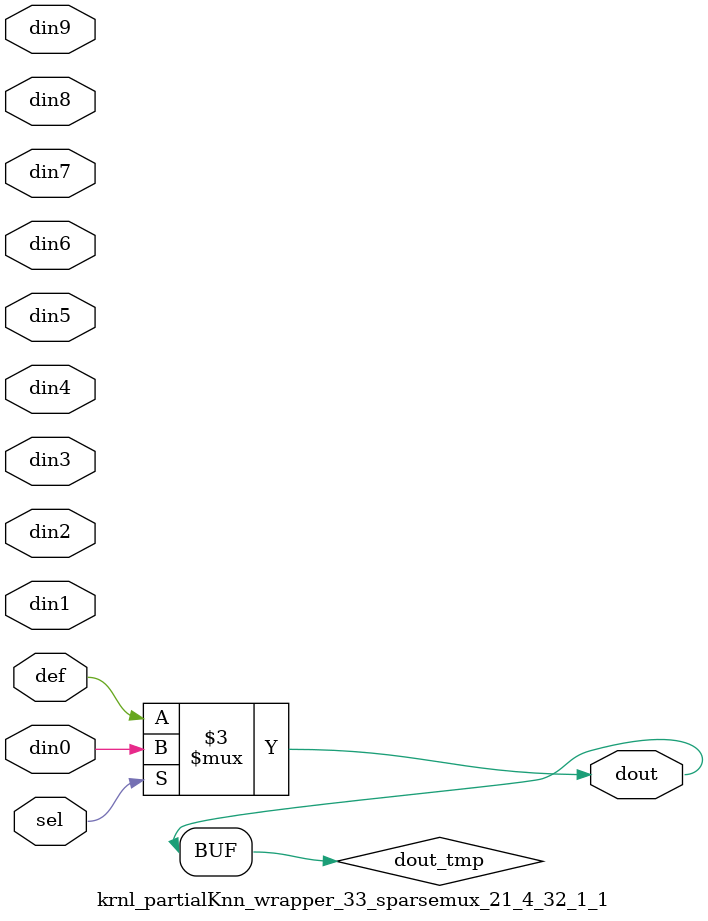
<source format=v>
`timescale 1 ns / 1 ps
module krnl_partialKnn_wrapper_33_sparsemux_21_4_32_1_1 (din0,din1,din2,din3,din4,din5,din6,din7,din8,din9,def,sel,dout);
parameter din0_WIDTH = 1;
parameter din1_WIDTH = 1;
parameter din2_WIDTH = 1;
parameter din3_WIDTH = 1;
parameter din4_WIDTH = 1;
parameter din5_WIDTH = 1;
parameter din6_WIDTH = 1;
parameter din7_WIDTH = 1;
parameter din8_WIDTH = 1;
parameter din9_WIDTH = 1;
parameter def_WIDTH = 1;
parameter sel_WIDTH = 1;
parameter dout_WIDTH = 1;
parameter [sel_WIDTH-1:0] CASE0 = 1;
parameter [sel_WIDTH-1:0] CASE1 = 1;
parameter [sel_WIDTH-1:0] CASE2 = 1;
parameter [sel_WIDTH-1:0] CASE3 = 1;
parameter [sel_WIDTH-1:0] CASE4 = 1;
parameter [sel_WIDTH-1:0] CASE5 = 1;
parameter [sel_WIDTH-1:0] CASE6 = 1;
parameter [sel_WIDTH-1:0] CASE7 = 1;
parameter [sel_WIDTH-1:0] CASE8 = 1;
parameter [sel_WIDTH-1:0] CASE9 = 1;
parameter ID = 1;
parameter NUM_STAGE = 1;
input [din0_WIDTH-1:0] din0;
input [din1_WIDTH-1:0] din1;
input [din2_WIDTH-1:0] din2;
input [din3_WIDTH-1:0] din3;
input [din4_WIDTH-1:0] din4;
input [din5_WIDTH-1:0] din5;
input [din6_WIDTH-1:0] din6;
input [din7_WIDTH-1:0] din7;
input [din8_WIDTH-1:0] din8;
input [din9_WIDTH-1:0] din9;
input [def_WIDTH-1:0] def;
input [sel_WIDTH-1:0] sel;
output [dout_WIDTH-1:0] dout;
reg [dout_WIDTH-1:0] dout_tmp;
always @ (*) begin
case (sel)
    
    CASE0 : dout_tmp = din0;
    
    CASE1 : dout_tmp = din1;
    
    CASE2 : dout_tmp = din2;
    
    CASE3 : dout_tmp = din3;
    
    CASE4 : dout_tmp = din4;
    
    CASE5 : dout_tmp = din5;
    
    CASE6 : dout_tmp = din6;
    
    CASE7 : dout_tmp = din7;
    
    CASE8 : dout_tmp = din8;
    
    CASE9 : dout_tmp = din9;
    
    default : dout_tmp = def;
endcase
end
assign dout = dout_tmp;
endmodule
</source>
